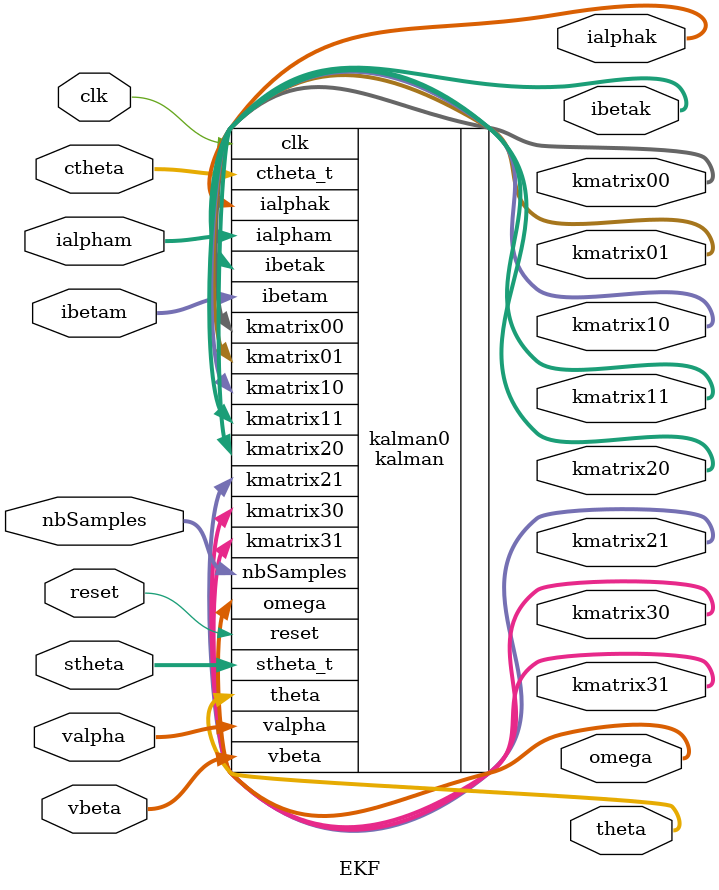
<source format=v>
module EKF(
	input signed [31:0] valpha,vbeta,ialpham,ibetam,ctheta,stheta,
	input [31:0] nbSamples,
	input clk,reset,
	output signed [31:0] omega,theta,
	output signed [31:0] ialphak,ibetak,kmatrix00,kmatrix01,kmatrix10,kmatrix11,kmatrix20,kmatrix21,kmatrix30,kmatrix31
	);
	
	
  parameter sf = 2**18;
  parameter N=32;
  parameter Q=18;

  
  


  
  
  
  
  
  
  //EKF EKF0(.valpha(10*sf),.vbeta(15*sf),.ialpham(5*sf),.ibetam(7*sf),.ctheta(0.5*sf),.stheta(0.3*sf),.clk(clk),.reset(reset),.omega(omega),.theta(theta));
  kalman kalman0(.valpha(valpha),.vbeta(vbeta),.ialpham(ialpham),.ibetam(ibetam),.ctheta_t(ctheta),.stheta_t(stheta),.clk(clk),.reset(reset),.omega(omega),.theta(theta),.nbSamples(nbSamples),
  	.ialphak(ialphak),
  	.ibetak(ibetak),
  	.kmatrix00(kmatrix00),
  	.kmatrix01(kmatrix01),
  	.kmatrix10(kmatrix10),
  	.kmatrix11(kmatrix11),
  	.kmatrix20(kmatrix20),
  	.kmatrix21(kmatrix21),
  	.kmatrix30(kmatrix30),
  	.kmatrix31(kmatrix31)

  	);
  
  
  //always #100 clk=~clk;
  

  
  
  
  
endmodule
</source>
